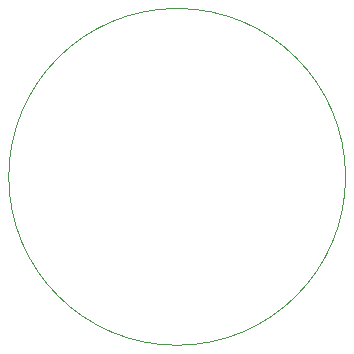
<source format=gbr>
%TF.GenerationSoftware,KiCad,Pcbnew,9.0.6-9.0.6~ubuntu24.04.1*%
%TF.CreationDate,2025-12-18T10:31:20+07:00*%
%TF.ProjectId,lamp,6c616d70-2e6b-4696-9361-645f70636258,rev?*%
%TF.SameCoordinates,Original*%
%TF.FileFunction,Profile,NP*%
%FSLAX46Y46*%
G04 Gerber Fmt 4.6, Leading zero omitted, Abs format (unit mm)*
G04 Created by KiCad (PCBNEW 9.0.6-9.0.6~ubuntu24.04.1) date 2025-12-18 10:31:20*
%MOMM*%
%LPD*%
G01*
G04 APERTURE LIST*
%TA.AperFunction,Profile*%
%ADD10C,0.050000*%
%TD*%
G04 APERTURE END LIST*
D10*
X141000000Y-107000000D02*
G75*
G02*
X112482824Y-107000000I-14258588J0D01*
G01*
X112482824Y-107000000D02*
G75*
G02*
X141000000Y-107000000I14258588J0D01*
G01*
M02*

</source>
